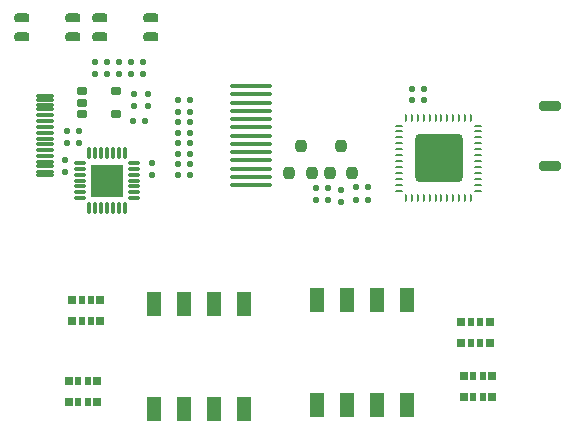
<source format=gtp>
G04*
G04 #@! TF.GenerationSoftware,Altium Limited,Altium Designer,19.0.4 (130)*
G04*
G04 Layer_Color=8421504*
%FSLAX24Y24*%
%MOIN*%
G70*
G01*
G75*
%ADD17R,0.0256X0.0315*%
%ADD18R,0.0197X0.0315*%
%ADD19R,0.0472X0.0787*%
G04:AMPARAMS|DCode=20|XSize=20mil|YSize=20mil|CornerRadius=5mil|HoleSize=0mil|Usage=FLASHONLY|Rotation=270.000|XOffset=0mil|YOffset=0mil|HoleType=Round|Shape=RoundedRectangle|*
%AMROUNDEDRECTD20*
21,1,0.0200,0.0100,0,0,270.0*
21,1,0.0100,0.0200,0,0,270.0*
1,1,0.0100,-0.0050,-0.0050*
1,1,0.0100,-0.0050,0.0050*
1,1,0.0100,0.0050,0.0050*
1,1,0.0100,0.0050,-0.0050*
%
%ADD20ROUNDEDRECTD20*%
G04:AMPARAMS|DCode=21|XSize=20mil|YSize=20mil|CornerRadius=5mil|HoleSize=0mil|Usage=FLASHONLY|Rotation=180.000|XOffset=0mil|YOffset=0mil|HoleType=Round|Shape=RoundedRectangle|*
%AMROUNDEDRECTD21*
21,1,0.0200,0.0100,0,0,180.0*
21,1,0.0100,0.0200,0,0,180.0*
1,1,0.0100,-0.0050,0.0050*
1,1,0.0100,0.0050,0.0050*
1,1,0.0100,0.0050,-0.0050*
1,1,0.0100,-0.0050,-0.0050*
%
%ADD21ROUNDEDRECTD21*%
G04:AMPARAMS|DCode=22|XSize=160mil|YSize=160mil|CornerRadius=16mil|HoleSize=0mil|Usage=FLASHONLY|Rotation=270.000|XOffset=0mil|YOffset=0mil|HoleType=Round|Shape=RoundedRectangle|*
%AMROUNDEDRECTD22*
21,1,0.1600,0.1280,0,0,270.0*
21,1,0.1280,0.1600,0,0,270.0*
1,1,0.0320,-0.0640,-0.0640*
1,1,0.0320,-0.0640,0.0640*
1,1,0.0320,0.0640,0.0640*
1,1,0.0320,0.0640,-0.0640*
%
%ADD22ROUNDEDRECTD22*%
G04:AMPARAMS|DCode=23|XSize=26.6mil|YSize=9.8mil|CornerRadius=2.5mil|HoleSize=0mil|Usage=FLASHONLY|Rotation=270.000|XOffset=0mil|YOffset=0mil|HoleType=Round|Shape=RoundedRectangle|*
%AMROUNDEDRECTD23*
21,1,0.0266,0.0049,0,0,270.0*
21,1,0.0217,0.0098,0,0,270.0*
1,1,0.0049,-0.0025,-0.0108*
1,1,0.0049,-0.0025,0.0108*
1,1,0.0049,0.0025,0.0108*
1,1,0.0049,0.0025,-0.0108*
%
%ADD23ROUNDEDRECTD23*%
G04:AMPARAMS|DCode=24|XSize=26.6mil|YSize=9.8mil|CornerRadius=2.5mil|HoleSize=0mil|Usage=FLASHONLY|Rotation=0.000|XOffset=0mil|YOffset=0mil|HoleType=Round|Shape=RoundedRectangle|*
%AMROUNDEDRECTD24*
21,1,0.0266,0.0049,0,0,0.0*
21,1,0.0217,0.0098,0,0,0.0*
1,1,0.0049,0.0108,-0.0025*
1,1,0.0049,-0.0108,-0.0025*
1,1,0.0049,-0.0108,0.0025*
1,1,0.0049,0.0108,0.0025*
%
%ADD24ROUNDEDRECTD24*%
G04:AMPARAMS|DCode=25|XSize=37.4mil|YSize=39.4mil|CornerRadius=9.4mil|HoleSize=0mil|Usage=FLASHONLY|Rotation=0.000|XOffset=0mil|YOffset=0mil|HoleType=Round|Shape=RoundedRectangle|*
%AMROUNDEDRECTD25*
21,1,0.0374,0.0207,0,0,0.0*
21,1,0.0187,0.0394,0,0,0.0*
1,1,0.0187,0.0094,-0.0103*
1,1,0.0187,-0.0094,-0.0103*
1,1,0.0187,-0.0094,0.0103*
1,1,0.0187,0.0094,0.0103*
%
%ADD25ROUNDEDRECTD25*%
G04:AMPARAMS|DCode=26|XSize=15.7mil|YSize=137.8mil|CornerRadius=3.9mil|HoleSize=0mil|Usage=FLASHONLY|Rotation=270.000|XOffset=0mil|YOffset=0mil|HoleType=Round|Shape=RoundedRectangle|*
%AMROUNDEDRECTD26*
21,1,0.0157,0.1299,0,0,270.0*
21,1,0.0079,0.1378,0,0,270.0*
1,1,0.0079,-0.0650,-0.0039*
1,1,0.0079,-0.0650,0.0039*
1,1,0.0079,0.0650,0.0039*
1,1,0.0079,0.0650,-0.0039*
%
%ADD26ROUNDEDRECTD26*%
%ADD27R,0.1102X0.1063*%
G04:AMPARAMS|DCode=28|XSize=12mil|YSize=38mil|CornerRadius=3mil|HoleSize=0mil|Usage=FLASHONLY|Rotation=90.000|XOffset=0mil|YOffset=0mil|HoleType=Round|Shape=RoundedRectangle|*
%AMROUNDEDRECTD28*
21,1,0.0120,0.0320,0,0,90.0*
21,1,0.0060,0.0380,0,0,90.0*
1,1,0.0060,0.0160,0.0030*
1,1,0.0060,0.0160,-0.0030*
1,1,0.0060,-0.0160,-0.0030*
1,1,0.0060,-0.0160,0.0030*
%
%ADD28ROUNDEDRECTD28*%
G04:AMPARAMS|DCode=29|XSize=12mil|YSize=38mil|CornerRadius=3mil|HoleSize=0mil|Usage=FLASHONLY|Rotation=180.000|XOffset=0mil|YOffset=0mil|HoleType=Round|Shape=RoundedRectangle|*
%AMROUNDEDRECTD29*
21,1,0.0120,0.0320,0,0,180.0*
21,1,0.0060,0.0380,0,0,180.0*
1,1,0.0060,-0.0030,0.0160*
1,1,0.0060,0.0030,0.0160*
1,1,0.0060,0.0030,-0.0160*
1,1,0.0060,-0.0030,-0.0160*
%
%ADD29ROUNDEDRECTD29*%
G04:AMPARAMS|DCode=30|XSize=23.6mil|YSize=35mil|CornerRadius=5.9mil|HoleSize=0mil|Usage=FLASHONLY|Rotation=90.000|XOffset=0mil|YOffset=0mil|HoleType=Round|Shape=RoundedRectangle|*
%AMROUNDEDRECTD30*
21,1,0.0236,0.0232,0,0,90.0*
21,1,0.0118,0.0350,0,0,90.0*
1,1,0.0118,0.0116,0.0059*
1,1,0.0118,0.0116,-0.0059*
1,1,0.0118,-0.0116,-0.0059*
1,1,0.0118,-0.0116,0.0059*
%
%ADD30ROUNDEDRECTD30*%
G04:AMPARAMS|DCode=31|XSize=31.5mil|YSize=70.9mil|CornerRadius=7.9mil|HoleSize=0mil|Usage=FLASHONLY|Rotation=270.000|XOffset=0mil|YOffset=0mil|HoleType=Round|Shape=RoundedRectangle|*
%AMROUNDEDRECTD31*
21,1,0.0315,0.0551,0,0,270.0*
21,1,0.0157,0.0709,0,0,270.0*
1,1,0.0157,-0.0276,-0.0079*
1,1,0.0157,-0.0276,0.0079*
1,1,0.0157,0.0276,0.0079*
1,1,0.0157,0.0276,-0.0079*
%
%ADD31ROUNDEDRECTD31*%
G04:AMPARAMS|DCode=32|XSize=59.1mil|YSize=11.8mil|CornerRadius=3mil|HoleSize=0mil|Usage=FLASHONLY|Rotation=0.000|XOffset=0mil|YOffset=0mil|HoleType=Round|Shape=RoundedRectangle|*
%AMROUNDEDRECTD32*
21,1,0.0591,0.0059,0,0,0.0*
21,1,0.0531,0.0118,0,0,0.0*
1,1,0.0059,0.0266,-0.0030*
1,1,0.0059,-0.0266,-0.0030*
1,1,0.0059,-0.0266,0.0030*
1,1,0.0059,0.0266,0.0030*
%
%ADD32ROUNDEDRECTD32*%
G04:AMPARAMS|DCode=33|XSize=50mil|YSize=30mil|CornerRadius=7.5mil|HoleSize=0mil|Usage=FLASHONLY|Rotation=180.000|XOffset=0mil|YOffset=0mil|HoleType=Round|Shape=RoundedRectangle|*
%AMROUNDEDRECTD33*
21,1,0.0500,0.0150,0,0,180.0*
21,1,0.0350,0.0300,0,0,180.0*
1,1,0.0150,-0.0175,0.0075*
1,1,0.0150,0.0175,0.0075*
1,1,0.0150,0.0175,-0.0075*
1,1,0.0150,-0.0175,-0.0075*
%
%ADD33ROUNDEDRECTD33*%
D17*
X3825Y-8879D02*
D03*
Y-8170D02*
D03*
X4770Y-8879D02*
D03*
Y-8170D02*
D03*
X4880Y-5480D02*
D03*
Y-6189D02*
D03*
X3935Y-5480D02*
D03*
Y-6189D02*
D03*
X17852Y-6216D02*
D03*
Y-6924D02*
D03*
X16908Y-6216D02*
D03*
Y-6924D02*
D03*
X17942Y-8016D02*
D03*
Y-8724D02*
D03*
X16998Y-8016D02*
D03*
Y-8724D02*
D03*
D18*
X4140Y-8879D02*
D03*
Y-8170D02*
D03*
X4455Y-8879D02*
D03*
Y-8170D02*
D03*
X4565Y-5480D02*
D03*
Y-6189D02*
D03*
X4250Y-5480D02*
D03*
Y-6189D02*
D03*
X17538Y-6216D02*
D03*
Y-6924D02*
D03*
X17223Y-6216D02*
D03*
Y-6924D02*
D03*
X17628Y-8016D02*
D03*
Y-8724D02*
D03*
X17313Y-8016D02*
D03*
Y-8724D02*
D03*
D19*
X9650Y-5608D02*
D03*
X8650D02*
D03*
X7650D02*
D03*
Y-9112D02*
D03*
X8650D02*
D03*
X9650D02*
D03*
X6650Y-5608D02*
D03*
Y-9112D02*
D03*
X15090Y-5488D02*
D03*
X14090D02*
D03*
X13090D02*
D03*
Y-8992D02*
D03*
X14090D02*
D03*
X15090D02*
D03*
X12090Y-5488D02*
D03*
Y-8992D02*
D03*
D20*
X13800Y-2150D02*
D03*
X13400D02*
D03*
X12050Y-1750D02*
D03*
X12450D02*
D03*
Y-2150D02*
D03*
X12050D02*
D03*
X5950Y500D02*
D03*
X6350D02*
D03*
X13400Y-1700D02*
D03*
X13800D02*
D03*
X15280Y1539D02*
D03*
X15680D02*
D03*
Y1189D02*
D03*
X15280D02*
D03*
X4150Y-250D02*
D03*
X3750D02*
D03*
X4150Y150D02*
D03*
X3750D02*
D03*
X7450Y800D02*
D03*
X7850D02*
D03*
X5500Y2040D02*
D03*
X5900D02*
D03*
X5100D02*
D03*
X4700D02*
D03*
X5500Y2440D02*
D03*
X5900D02*
D03*
X5100D02*
D03*
X4700D02*
D03*
X7450Y-950D02*
D03*
X7850D02*
D03*
X7450Y-1300D02*
D03*
X7850D02*
D03*
X7450Y-600D02*
D03*
X7850D02*
D03*
X7450Y100D02*
D03*
X7850D02*
D03*
X7450Y450D02*
D03*
X7850D02*
D03*
X7450Y-250D02*
D03*
X7850D02*
D03*
X7450Y1200D02*
D03*
X7850D02*
D03*
D21*
X6000Y1000D02*
D03*
Y1400D02*
D03*
X6450D02*
D03*
Y1000D02*
D03*
X3700Y-1200D02*
D03*
Y-800D02*
D03*
X12900Y-1800D02*
D03*
Y-2200D02*
D03*
X6600Y-1300D02*
D03*
Y-900D02*
D03*
X6300Y2050D02*
D03*
Y2450D02*
D03*
D22*
X16150Y-750D02*
D03*
D23*
X17233Y574D02*
D03*
X17036D02*
D03*
X16839D02*
D03*
X16642D02*
D03*
X16445D02*
D03*
X16248D02*
D03*
X16052D02*
D03*
X15855D02*
D03*
X15658D02*
D03*
X15461D02*
D03*
X15264D02*
D03*
X15067D02*
D03*
Y-2074D02*
D03*
X15264D02*
D03*
X15461D02*
D03*
X15658D02*
D03*
X15855D02*
D03*
X16052D02*
D03*
X16248D02*
D03*
X16445D02*
D03*
X16642D02*
D03*
X16839D02*
D03*
X17036D02*
D03*
X17233D02*
D03*
D24*
X14826Y333D02*
D03*
Y136D02*
D03*
Y-61D02*
D03*
Y-258D02*
D03*
Y-455D02*
D03*
Y-652D02*
D03*
Y-848D02*
D03*
Y-1045D02*
D03*
Y-1242D02*
D03*
Y-1439D02*
D03*
Y-1636D02*
D03*
Y-1833D02*
D03*
X17474D02*
D03*
Y-1636D02*
D03*
Y-1439D02*
D03*
Y-1242D02*
D03*
Y-1045D02*
D03*
Y-848D02*
D03*
Y-652D02*
D03*
Y-455D02*
D03*
Y-258D02*
D03*
Y-61D02*
D03*
Y136D02*
D03*
Y333D02*
D03*
D25*
X12900Y-357D02*
D03*
X13274Y-1243D02*
D03*
X12526D02*
D03*
X11550Y-357D02*
D03*
X11924Y-1243D02*
D03*
X11176D02*
D03*
D26*
X9900Y827D02*
D03*
Y0D02*
D03*
Y-827D02*
D03*
Y-1654D02*
D03*
Y1654D02*
D03*
Y-1102D02*
D03*
Y-1378D02*
D03*
Y-276D02*
D03*
Y-551D02*
D03*
Y551D02*
D03*
Y276D02*
D03*
Y1378D02*
D03*
Y1102D02*
D03*
D27*
X5100Y-1500D02*
D03*
D28*
X6015Y-909D02*
D03*
Y-1106D02*
D03*
Y-1303D02*
D03*
Y-1500D02*
D03*
Y-1697D02*
D03*
Y-1894D02*
D03*
Y-2091D02*
D03*
X4185D02*
D03*
Y-1894D02*
D03*
Y-1697D02*
D03*
Y-1500D02*
D03*
Y-1303D02*
D03*
Y-1106D02*
D03*
Y-909D02*
D03*
D29*
X5691Y-2415D02*
D03*
X5494D02*
D03*
X5297D02*
D03*
X5100D02*
D03*
X4903D02*
D03*
X4706D02*
D03*
X4509D02*
D03*
Y-585D02*
D03*
X4706D02*
D03*
X4903D02*
D03*
X5100D02*
D03*
X5297D02*
D03*
X5494D02*
D03*
X5691D02*
D03*
D30*
X4259Y726D02*
D03*
Y1100D02*
D03*
Y1474D02*
D03*
X5399D02*
D03*
Y726D02*
D03*
D31*
X19850Y-1009D02*
D03*
Y1000D02*
D03*
D32*
X3042Y1319D02*
D03*
Y1201D02*
D03*
Y1004D02*
D03*
Y886D02*
D03*
Y689D02*
D03*
Y492D02*
D03*
Y295D02*
D03*
Y98D02*
D03*
Y-98D02*
D03*
Y-295D02*
D03*
Y-492D02*
D03*
Y-689D02*
D03*
Y-886D02*
D03*
Y-1004D02*
D03*
Y-1201D02*
D03*
Y-1319D02*
D03*
D33*
X4850Y3280D02*
D03*
X6550D02*
D03*
X4850Y3920D02*
D03*
X6550D02*
D03*
X2250Y3280D02*
D03*
X3950D02*
D03*
X2250Y3920D02*
D03*
X3950D02*
D03*
M02*

</source>
